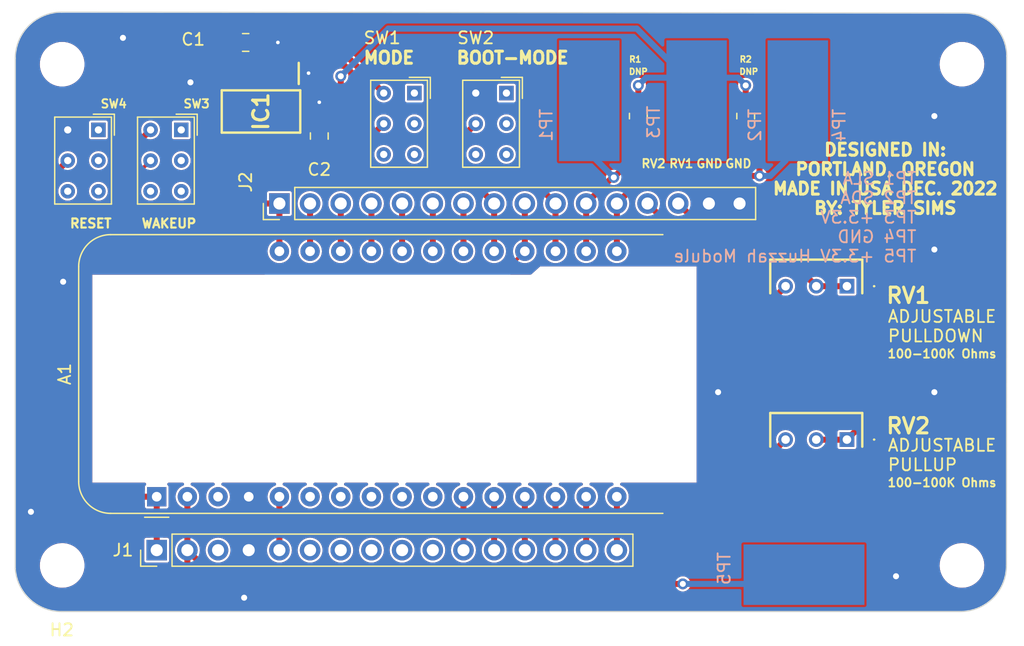
<source format=kicad_pcb>
(kicad_pcb (version 20211014) (generator pcbnew)
  (layers (0 "F.Cu" signal) (31 "B.Cu" signal) (34 "B.Paste" user) (35 "F.Paste" user) (36 "B.SilkS" user "B.Silkscreen") (37 "F.SilkS" user "F.Silkscreen") (38 "B.Mask" user) (39 "F.Mask" user) (44 "Edge.Cuts" user))
  (net 0 "")
  (net 1 "/RST")
  (net 8 "/PIN 13 MO")
  (net 9 "/PIN 12 MI")
  (net 10 "/PIN 3 RX")
  (net 11 "/PIN 1 TX")
  (net 12 "/CHPD")
  (net 13 "GND")
  (net 14 "/PIN 2")
  (net 15 "/PIN 16")
  (net 16 "/PIN 0")
  (net 17 "/PIN 15")
  (net 18 "/PIN 13")
  (net 19 "/PIN 12")
  (net 20 "/PIN 14")
  (net 21 "/HUZZAH 3.3V")
  (net 22 "/EN")
  (net 23 "+3.3V")
  (net 30 "/PIN 14 SCK")
  (net 31 "/VBUS")
  (net 32 "/PIN 5 SCL")
  (net 33 "/PIN 4 SDA")
  (net 34 "/RV2")
  (net 35 "/RV1")
  (net 36 "/VBAT")
  (net 37 "/PIN 17{slash}A0 ADC")
  (footprint "Connector_PinHeader_2.54mm:PinHeader_1x16_P2.54mm_Vertical" (layer "F.Cu") (at 68.326 110.236 90)
    (fp_text reference "J1" (at 0 -2.794 180) (layer "F.SilkS"))
    (fp_text value "Conn_01x16")
    (fp_line (start 1.33 1.27) (end 1.33 39.43) (layer "F.SilkS") (width 0.12))
    (fp_line (start -1.33 -1.33) (end 0 -1.33) (layer "F.SilkS") (width 0.12))
    (fp_line (start -1.33 1.27) (end -1.33 39.43) (layer "F.SilkS") (width 0.12))
    (fp_line (start -1.33 39.43) (end 1.33 39.43) (layer "F.SilkS") (width 0.12))
    (fp_line (start -1.33 1.27) (end 1.33 1.27) (layer "F.SilkS") (width 0.12))
    (fp_line (start -1.33 0) (end -1.33 -1.33) (layer "F.SilkS") (width 0.12))
    (pad "1" thru_hole rect (at 0 0 90) (size 1.7 1.7) (drill 1) (layers *.Cu *.Mask) (net 1 "/RST"))
    (pad "2" thru_hole oval (at 0 2.54 90) (size 1.7 1.7) (drill 1) (layers *.Cu *.Mask) (net 21 "/HUZZAH 3.3V"))
    (pad "3" thru_hole oval (at 0 5.08 90) (size 1.7 1.7) (drill 1) (layers *.Cu *.Mask))
    (pad "4" thru_hole oval (at 0 7.62 90) (size 1.7 1.7) (drill 1) (layers *.Cu *.Mask) (net 13 "GND"))
    (pad "5" thru_hole oval (at 0 10.16 90) (size 1.7 1.7) (drill 1) (layers *.Cu *.Mask) (net 37 "/PIN 17{slash}A0 ADC"))
    (pad "6" thru_hole oval (at 0 12.7 90) (size 1.7 1.7) (drill 1) (layers *.Cu *.Mask))
    (pad "7" thru_hole oval (at 0 15.24 90) (size 1.7 1.7) (drill 1) (layers *.Cu *.Mask))
    (pad "8" thru_hole oval (at 0 17.78 90) (size 1.7 1.7) (drill 1) (layers *.Cu *.Mask))
    (pad "9" thru_hole oval (at 0 20.32 90) (size 1.7 1.7) (drill 1) (layers *.Cu *.Mask))
    (pad "10" thru_hole oval (at 0 22.86 90) (size 1.7 1.7) (drill 1) (layers *.Cu *.Mask))
    (pad "11" thru_hole oval (at 0 25.4 90) (size 1.7 1.7) (drill 1) (layers *.Cu *.Mask) (net 30 "/PIN 14 SCK"))
    (pad "12" thru_hole oval (at 0 27.94 90) (size 1.7 1.7) (drill 1) (layers *.Cu *.Mask) (net 8 "/PIN 13 MO"))
    (pad "13" thru_hole oval (at 0 30.48 90) (size 1.7 1.7) (drill 1) (layers *.Cu *.Mask) (net 9 "/PIN 12 MI"))
    (pad "14" thru_hole oval (at 0 33.02 90) (size 1.7 1.7) (drill 1) (layers *.Cu *.Mask) (net 10 "/PIN 3 RX"))
    (pad "15" thru_hole oval (at 0 35.56 90) (size 1.7 1.7) (drill 1) (layers *.Cu *.Mask) (net 11 "/PIN 1 TX"))
    (pad "16" thru_hole oval (at 0 38.1 90) (size 1.7 1.7) (drill 1) (layers *.Cu *.Mask) (net 12 "/CHPD"))
  )
  (footprint "MountingHole:MountingHole_3.2mm_M3" (layer "F.Cu") (at 60.5 70)
    (fp_text reference "H1")
    (fp_text value "MountingHole")
    (pad "" np_thru_hole circle (at 0 0) (size 3.2 3.2) (drill 3.2) (layers *.Cu *.Mask))
  )
  (footprint "Button_Switch_THT:SW_NKK_GW12LJP" (layer "F.Cu") (at 89.662 72.39 -90)
    (fp_text reference "SW1" (at -4.572 2.667 180) (layer "F.SilkS"))
    (fp_text value "SW_Push_SPDT")
    (fp_line (start -1.06 -1.08) (end -1.06 3.62) (layer "F.SilkS") (width 0.12))
    (fp_line (start -1.06 3.62) (end 6.14 3.62) (layer "F.SilkS") (width 0.12))
    (fp_line (start -1.3 0.42) (end -1.3 -1.32) (layer "F.SilkS") (width 0.12))
    (fp_line (start 6.14 3.62) (end 6.14 -1.08) (layer "F.SilkS") (width 0.12))
    (fp_line (start 6.14 -1.08) (end -1.06 -1.08) (layer "F.SilkS") (width 0.12))
    (fp_line (start -1.3 -1.32) (end 0.44 -1.32) (layer "F.SilkS") (width 0.12))
    (pad "1" thru_hole rect (at 0 0 270) (size 1.2 1.2) (drill 0.6) (layers *.Cu *.Mask))
    (pad "2" thru_hole circle (at 2.54 0 270) (size 1.2 1.2) (drill 0.6) (layers *.Cu *.Mask))
    (pad "3" thru_hole circle (at 5.08 0 270) (size 1.2 1.2) (drill 0.6) (layers *.Cu *.Mask))
    (pad "4" thru_hole circle (at 0 2.54 270) (size 1.2 1.2) (drill 0.6) (layers *.Cu *.Mask) (net 21 "/HUZZAH 3.3V"))
    (pad "5" thru_hole circle (at 2.54 2.54 270) (size 1.2 1.2) (drill 0.6) (layers *.Cu *.Mask) (net 14 "/PIN 2"))
    (pad "6" thru_hole circle (at 5.08 2.54 270) (size 1.2 1.2) (drill 0.6) (layers *.Cu *.Mask))
  )
  (footprint "Button_Switch_THT:SW_NKK_GW12LJP" (layer "F.Cu") (at 97.282 72.39 -90)
    (fp_text reference "SW2" (at -4.572 2.54 180) (layer "F.SilkS"))
    (fp_text value "SW_Push_SPDT")
    (fp_line (start -1.06 3.62) (end 6.14 3.62) (layer "F.SilkS") (width 0.12))
    (fp_line (start -1.3 -1.32) (end 0.44 -1.32) (layer "F.SilkS") (width 0.12))
    (fp_line (start 6.14 3.62) (end 6.14 -1.08) (layer "F.SilkS") (width 0.12))
    (fp_line (start -1.06 -1.08) (end -1.06 3.62) (layer "F.SilkS") (width 0.12))
    (fp_line (start 6.14 -1.08) (end -1.06 -1.08) (layer "F.SilkS") (width 0.12))
    (fp_line (start -1.3 0.42) (end -1.3 -1.32) (layer "F.SilkS") (width 0.12))
    (pad "1" thru_hole rect (at 0 0 270) (size 1.2 1.2) (drill 0.6) (layers *.Cu *.Mask))
    (pad "2" thru_hole circle (at 2.54 0 270) (size 1.2 1.2) (drill 0.6) (layers *.Cu *.Mask))
    (pad "3" thru_hole circle (at 5.08 0 270) (size 1.2 1.2) (drill 0.6) (layers *.Cu *.Mask))
    (pad "4" thru_hole circle (at 0 2.54 270) (size 1.2 1.2) (drill 0.6) (layers *.Cu *.Mask) (net 13 "GND"))
    (pad "5" thru_hole circle (at 2.54 2.54 270) (size 1.2 1.2) (drill 0.6) (layers *.Cu *.Mask) (net 16 "/PIN 0"))
    (pad "6" thru_hole circle (at 5.08 2.54 270) (size 1.2 1.2) (drill 0.6) (layers *.Cu *.Mask))
  )
  (footprint "Capacitor_SMD:C_0805_2012Metric_Pad1.18x1.45mm_HandSolder" (layer "F.Cu") (at 75.692 68.199 180)
    (fp_text reference "C1" (at 4.3434 0.254) (layer "F.SilkS"))
    (fp_text value "C")
    (fp_line (start -0.261252 0.735) (end 0.261252 0.735) (layer "F.SilkS") (width 0.12))
    (fp_line (start -0.261252 -0.735) (end 0.261252 -0.735) (layer "F.SilkS") (width 0.12))
    (pad "1" smd roundrect (at -1.0375 0 180) (size 1.175 1.45) (layers "F.Cu" "F.Paste" "F.Mask") (roundrect_rratio 0.212766) (net 13 "GND"))
    (pad "2" smd roundrect (at 1.0375 0 180) (size 1.175 1.45) (layers "F.Cu" "F.Paste" "F.Mask") (roundrect_rratio 0.212766) (net 36 "/VBAT"))
  )
  (footprint "Capacitor_SMD:C_0805_2012Metric_Pad1.18x1.45mm_HandSolder" (layer "F.Cu") (at 81.788 75.946 90)
    (fp_text reference "C2" (at -2.7725 0 180) (layer "F.SilkS"))
    (fp_text value "C")
    (fp_line (start -0.261252 0.735) (end 0.261252 0.735) (layer "F.SilkS") (width 0.12))
    (fp_line (start -0.261252 -0.735) (end 0.261252 -0.735) (layer "F.SilkS") (width 0.12))
    (pad "1" smd roundrect (at -1.0375 0 90) (size 1.175 1.45) (layers "F.Cu" "F.Paste" "F.Mask") (roundrect_rratio 0.212766) (net 23 "+3.3V"))
    (pad "2" smd roundrect (at 1.0375 0 90) (size 1.175 1.45) (layers "F.Cu" "F.Paste" "F.Mask") (roundrect_rratio 0.212766) (net 13 "GND"))
  )
  (footprint "Button_Switch_THT:SW_NKK_GW12LJP" (layer "F.Cu") (at 70.358 75.438 -90)
    (fp_text reference "SW3" (at -2.159 -1.27 180) (layer "F.SilkS") (effects (font (size 0.7 0.7))))
    (fp_text value "SW_Push_SPDT")
    (fp_line (start 6.14 3.62) (end 6.14 -1.08) (layer "F.SilkS") (width 0.12))
    (fp_line (start -1.3 0.42) (end -1.3 -1.32) (layer "F.SilkS") (width 0.12))
    (fp_line (start -1.06 3.62) (end 6.14 3.62) (layer "F.SilkS") (width 0.12))
    (fp_line (start -1.06 -1.08) (end -1.06 3.62) (layer "F.SilkS") (width 0.12))
    (fp_line (start 6.14 -1.08) (end -1.06 -1.08) (layer "F.SilkS") (width 0.12))
    (fp_line (start -1.3 -1.32) (end 0.44 -1.32) (layer "F.SilkS") (width 0.12))
    (pad "1" thru_hole rect (at 0 0 270) (size 1.2 1.2) (drill 0.6) (layers *.Cu *.Mask))
    (pad "2" thru_hole circle (at 2.54 0 270) (size 1.2 1.2) (drill 0.6) (layers *.Cu *.Mask))
    (pad "3" thru_hole circle (at 5.08 0 270) (size 1.2 1.2) (drill 0.6) (layers *.Cu *.Mask))
    (pad "4" thru_hole circle (at 0 2.54 270) (size 1.2 1.2) (drill 0.6) (layers *.Cu *.Mask) (net 1 "/RST"))
    (pad "5" thru_hole circle (at 2.54 2.54 270) (size 1.2 1.2) (drill 0.6) (layers *.Cu *.Mask) (net 15 "/PIN 16"))
    (pad "6" thru_hole circle (at 5.08 2.54 270) (size 1.2 1.2) (drill 0.6) (layers *.Cu *.Mask))
  )
  (footprint "MountingHole:MountingHole_3.2mm_M3" (layer "F.Cu") (at 60.5 111.5)
    (fp_text reference "H2" (at -0.032 5.34) (layer "F.SilkS"))
    (fp_text value "MountingHole")
    (pad "" np_thru_hole circle (at 0 0) (size 3.2 3.2) (drill 3.2) (layers *.Cu *.Mask))
  )
  (footprint "Huzzah_lib_fp:3352T1104LF" (layer "F.Cu") (at 125.476 101.081 180)
    (fp_text reference "RV2" (at -5.08 1.132) (layer "F.SilkS") (effects (font (size 1.27 1.27) (thickness 0.254))))
    (fp_text value "R_Potentiometer" hide)
    (fp_line (start -1.27 -0.587) (end -1.27 2.2) (layer "F.SilkS") (width 0.2))
    (fp_line (start -1.27 2.2) (end 6.35 2.2) (layer "F.SilkS") (width 0.2))
    (fp_line (start -2.2 0) (end -2.2 0) (layer "F.SilkS") (width 0.1))
    (fp_line (start -2.3 0) (end -2.3 0) (layer "F.SilkS") (width 0.1))
    (fp_line (start 6.35 2.2) (end 6.35 -0.587) (layer "F.SilkS") (width 0.2))
    (fp_arc (start -2.2 0) (mid -2.25 0.05) (end -2.3 0) (layer "F.SilkS") (width 0.1))
    (fp_arc (start -2.3 0) (mid -2.25 -0.05) (end -2.2 0) (layer "F.SilkS") (width 0.1))
    (pad "1" thru_hole rect locked (at 0 0 180) (size 1.217 1.217) (drill 0.71) (layers *.Cu *.Mask) (net 34 "/RV2"))
    (pad "2" thru_hole circle locked (at 2.54 0 180) (size 1.217 1.217) (drill 0.71) (layers *.Cu *.Mask) (net 34 "/RV2"))
    (pad "3" thru_hole circle locked (at 5.08 0 180) (size 1.217 1.217) (drill 0.71) (layers *.Cu *.Mask) (net 21 "/HUZZAH 3.3V"))
  )
  (footprint "MountingHole:MountingHole_3.2mm_M3" (layer "F.Cu") (at 135 111.5)
    (fp_text reference "H4")
    (fp_text value "MountingHole")
    (pad "" np_thru_hole circle (at 0 0) (size 3.2 3.2) (drill 3.2) (layers *.Cu *.Mask))
  )
  (footprint "MountingHole:MountingHole_3.2mm_M3" (layer "F.Cu") (at 135 70)
    (fp_text reference "H3")
    (fp_text value "MountingHole")
    (pad "" np_thru_hole circle (at 0 0) (size 3.2 3.2) (drill 3.2) (layers *.Cu *.Mask))
  )
  (footprint "Huzzah_lib_fp:3352T1104LF" (layer "F.Cu") (at 125.476 88.381 180)
    (fp_text reference "RV1" (at -5.08 -0.773) (layer "F.SilkS") (effects (font (size 1.27 1.27) (thickness 0.254))))
    (fp_text value "R_Potentiometer" hide)
    (fp_line (start 6.35 2.2) (end 6.35 -0.587) (layer "F.SilkS") (width 0.2))
    (fp_line (start -1.27 2.2) (end 6.35 2.2) (layer "F.SilkS") (width 0.2))
    (fp_line (start -1.27 -0.587) (end -1.27 2.2) (layer "F.SilkS") (width 0.2))
    (fp_line (start -2.2 0) (end -2.2 0) (layer "F.SilkS") (width 0.1))
    (fp_line (start -2.3 0) (end -2.3 0) (layer "F.SilkS") (width 0.1))
    (fp_arc (start -2.2 0) (mid -2.25 0.05) (end -2.3 0) (layer "F.SilkS") (width 0.1))
    (fp_arc (start -2.3 0) (mid -2.25 -0.05) (end -2.2 0) (layer "F.SilkS") (width 0.1))
    (pad "1" thru_hole rect locked (at 0 0 180) (size 1.217 1.217) (drill 0.71) (layers *.Cu *.Mask) (net 35 "/RV1"))
    (pad "2" thru_hole circle locked (at 2.54 0 180) (size 1.217 1.217) (drill 0.71) (layers *.Cu *.Mask) (net 35 "/RV1"))
    (pad "3" thru_hole circle locked (at 5.08 0 180) (size 1.217 1.217) (drill 0.71) (layers *.Cu *.Mask) (net 21 "/HUZZAH 3.3V"))
  )
  (footprint "Connector_PinHeader_2.54mm:PinHeader_1x16_P2.54mm_Vertical" (layer "F.Cu") (at 78.486 81.534 90)
    (fp_text reference "J2" (at 1.778 -2.794 90) (layer "F.SilkS"))
    (fp_text value "Conn_01x16")
    (fp_line (start 1.33 1.27) (end 1.33 39.43) (layer "F.SilkS") (width 0.12))
    (fp_line (start -1.33 39.43) (end 1.33 39.43) (layer "F.SilkS") (width 0.12))
    (fp_line (start -1.33 1.27) (end -1.33 39.43) (layer "F.SilkS") (width 0.12))
    (fp_line (start -1.33 0) (end -1.33 -1.33) (layer "F.SilkS") (width 0.12))
    (fp_line (start -1.33 1.27) (end 1.33 1.27) (layer "F.SilkS") (width 0.12))
    (fp_line (start -1.33 -1.33) (end 0 -1.33) (layer "F.SilkS") (width 0.12))
    (pad "1" thru_hole rect (at 0 0 90) (size 1.7 1.7) (drill 1) (layers *.Cu *.Mask) (net 36 "/VBAT"))
    (pad "2" thru_hole oval (at 0 2.54 90) (size 1.7 1.7) (drill 1) (layers *.Cu *.Mask) (net 22 "/EN"))
    (pad "3" thru_hole oval (at 0 5.08 90) (size 1.7 1.7) (drill 1) (layers *.Cu *.Mask) (net 31 "/VBUS"))
    (pad "4" thru_hole oval (at 0 7.62 90) (size 1.7 1.7) (drill 1) (layers *.Cu *.Mask) (net 20 "/PIN 14"))
    (pad "5" thru_hole oval (at 0 10.16 90) (size 1.7 1.7) (drill 1) (layers *.Cu *.Mask) (net 19 "/PIN 12"))
    (pad "6" thru_hole oval (at 0 12.7 90) (size 1.7 1.7) (drill 1) (layers *.Cu *.Mask) (net 18 "/PIN 13"))
    (pad "7" thru_hole oval (at 0 15.24 90) (size 1.7 1.7) (drill 1) (layers *.Cu *.Mask) (net 17 "/PIN 15"))
    (pad "8" thru_hole oval (at 0 17.78 90) (size 1.7 1.7) (drill 1) (layers *.Cu *.Mask) (net 16 "/PIN 0"))
    (pad "9" thru_hole oval (at 0 20.32 90) (size 1.7 1.7) (drill 1) (layers *.Cu *.Mask) (net 15 "/PIN 16"))
    (pad "10" thru_hole oval (at 0 22.86 90) (size 1.7 1.7) (drill 1) (layers *.Cu *.Mask) (net 14 "/PIN 2"))
    (pad "11" thru_hole oval (at 0 25.4 90) (size 1.7 1.7) (drill 1) (layers *.Cu *.Mask) (net 32 "/PIN 5 SCL"))
    (pad "12" thru_hole oval (at 0 27.94 90) (size 1.7 1.7) (drill 1) (layers *.Cu *.Mask) (net 33 "/PIN 4 SDA"))
    (pad "13" thru_hole oval (at 0 30.48 90) (size 1.7 1.7) (drill 1) (layers *.Cu *.Mask) (net 35 "/RV1"))
    (pad "14" thru_hole oval (at 0 33.02 90) (size 1.7 1.7) (drill 1) (layers *.Cu *.Mask) (net 34 "/RV2"))
    (pad "15" thru_hole oval (at 0 35.56 90) (size 1.7 1.7) (drill 1) (layers *.Cu *.Mask) (net 13 "GND"))
    (pad "16" thru_hole oval (at 0 38.1 90) (size 1.7 1.7) (drill 1) (layers *.Cu *.Mask) (net 13 "GND"))
  )
  (footprint "Resistor_SMD:R_0805_2012Metric_Pad1.20x1.40mm_HandSolder" (layer "F.Cu") (at 108.204 74.295 90)
    (fp_text reference "R1" (at 4.699 -0.254 180) (layer "F.SilkS") (effects (font (size 0.5 0.5) (thickness 0.125))))
    (fp_text value "DNP")
    (fp_line (start -0.227064 -0.735) (end 0.227064 -0.735) (layer "F.SilkS") (width 0.12))
    (fp_line (start -0.227064 0.735) (end 0.227064 0.735) (layer "F.SilkS") (width 0.12))
    (pad "1" smd roundrect (at -1 0 90) (size 1.2 1.4) (layers "F.Cu" "F.Paste" "F.Mask") (roundrect_rratio 0.208333) (net 32 "/PIN 5 SCL"))
    (pad "2" smd roundrect (at 1 0 90) (size 1.2 1.4) (layers "F.Cu" "F.Paste" "F.Mask") (roundrect_rratio 0.208333) (net 23 "+3.3V"))
  )
  (footprint "Huzzah_lib_fp:SOT230P700X180-4N" (layer "F.Cu") (at 76.962 73.914 -90)
    (fp_text reference "IC1" (at 0 0 -90) (layer "F.SilkS") (effects (font (size 1.27 1.27) (thickness 0.254))))
    (fp_text value "TLV1117LV33DCYT" hide)
    (fp_line (start -1.75 -3.25) (end 1.75 -3.25) (layer "F.SilkS") (width 0.2))
    (fp_line (start 1.75 -3.25) (end 1.75 3.25) (layer "F.SilkS") (width 0.2))
    (fp_line (start -4.025 -3.125) (end -2.275 -3.125) (layer "F.SilkS") (width 0.2))
    (fp_line (start -1.75 3.25) (end -1.75 -3.25) (layer "F.SilkS") (width 0.2))
    (fp_line (start 1.75 3.25) (end -1.75 3.25) (layer "F.SilkS") (width 0.2))
    (pad "1" smd rect locked (at -3.15 -2.3) (size 0.95 1.75) (layers "F.Cu" "F.Paste" "F.Mask") (net 13 "GND"))
    (pad "2" smd rect locked (at -3.15 0) (size 0.95 1.75) (layers "F.Cu" "F.Paste" "F.Mask") (net 23 "+3.3V"))
    (pad "3" smd rect locked (at -3.15 2.3) (size 0.95 1.75) (layers "F.Cu" "F.Paste" "F.Mask") (net 36 "/VBAT"))
    (pad "4" smd rect locked (at 3.15 0 270) (size 1.75 3.2) (layers "F.Cu" "F.Paste" "F.Mask") (net 23 "+3.3V"))
  )
  (footprint "Button_Switch_THT:SW_NKK_GW12LJP" (layer "F.Cu") (at 63.5 75.438 -90)
    (fp_text reference "SW4" (at -2.159 -1.27 180) (layer "F.SilkS") (effects (font (size 0.7 0.7))))
    (fp_text value "SW_Push_SPDT")
    (fp_line (start -1.06 3.62) (end 6.14 3.62) (layer "F.SilkS") (width 0.12))
    (fp_line (start 6.14 -1.08) (end -1.06 -1.08) (layer "F.SilkS") (width 0.12))
    (fp_line (start 6.14 3.62) (end 6.14 -1.08) (layer "F.SilkS") (width 0.12))
    (fp_line (start -1.06 -1.08) (end -1.06 3.62) (layer "F.SilkS") (width 0.12))
    (fp_line (start -1.3 -1.32) (end 0.44 -1.32) (layer "F.SilkS") (width 0.12))
    (fp_line (start -1.3 0.42) (end -1.3 -1.32) (layer "F.SilkS") (width 0.12))
    (pad "1" thru_hole rect (at 0 0 270) (size 1.2 1.2) (drill 0.6) (layers *.Cu *.Mask))
    (pad "2" thru_hole circle (at 2.54 0 270) (size 1.2 1.2) (drill 0.6) (layers *.Cu *.Mask))
    (pad "3" thru_hole circle (at 5.08 0 270) (size 1.2 1.2) (drill 0.6) (layers *.Cu *.Mask))
    (pad "4" thru_hole circle (at 0 2.54 270) (size 1.2 1.2) (drill 0.6) (layers *.Cu *.Mask) (net 13 "GND"))
    (pad "5" thru_hole circle (at 2.54 2.54 270) (size 1.2 1.2) (drill 0.6) (layers *.Cu *.Mask) (net 1 "/RST"))
    (pad "6" thru_hole circle (at 5.08 2.54 270) (size 1.2 1.2) (drill 0.6) (layers *.Cu *.Mask))
  )
  (footprint "Huzzah_lib_fp:Adafruit_Feather" (layer "F.Cu") (at 68.326 105.8105 90)
    (fp_text reference "A1" (at 10.16 -7.62 90) (layer "F.SilkS"))
    (fp_text value "HUZZAH_ESP8266")
    (fp_line (start 21.7 -3.81) (end 21.7 41.91) (layer "F.SilkS") (width 0.12))
    (fp_line (start 19.05 -6.46) (end 1.27 -6.46) (layer "F.SilkS") (width 0.12))
    (fp_line (start -1.38 -3.81) (end -1.38 41.91) (layer "F.SilkS") (width 0.12))
    (fp_line (start -1.7 1) (end -1.7 -1) (layer "F.SilkS") (width 0.12))
    (fp_arc (start 19.05 -6.46) (mid 20.923833 -5.683833) (end 21.7 -3.81) (layer "F.SilkS") (width 0.12))
    (fp_arc (start -1.38 -3.81) (mid -0.603833 -5.683833) (end 1.27 -6.46) (layer "F.SilkS") (width 0.12))
    (pad "1" thru_hole rect (at 0 0 270) (size 1.6 1.6) (drill 0.8) (layers *.Cu *.Mask) (net 1 "/RST"))
    (pad "2" thru_hole circle (at 0 2.54 270) (size 1.6 1.6) (drill 0.8) (layers *.Cu *.Mask) (net 21 "/HUZZAH 3.3V"))
    (pad "3" thru_hole circle (at 0 5.08 270) (size 1.6 1.6) (drill 0.8) (layers *.Cu *.Mask))
    (pad "4" thru_hole circle (at 0 7.62 270) (size 1.6 1.6) (drill 0.8) (layers *.Cu *.Mask) (net 13 "GND"))
    (pad "5" thru_hole circle (at 0 10.16 270) (size 1.6 1.6) (drill 0.8) (layers *.Cu *.Mask) (net 37 "/PIN 17{slash}A0 ADC"))
    (pad "6" thru_hole circle (at 0 12.7 270) (size 1.6 1.6) (drill 0.8) (layers *.Cu *.Mask))
    (pad "7" thru_hole circle (at 0 15.24 270) (size 1.6 1.6) (drill 0.8) (layers *.Cu *.Mask))
    (pad "8" thru_hole circle (at 0 17.78 270) (size 1.6 1.6) (drill 0.8) (layers *.Cu *.Mask))
    (pad "9" thru_hole circle (at 0 20.32 270) (size 1.6 1.6) (drill 0.8) (layers *.Cu *.Mask))
    (pad "10" thru_hole circle (at 0 22.86 270) (size 1.6 1.6) (drill 0.8) (layers *.Cu *.Mask))
    (pad "11" thru_hole circle (at 0 25.4 270) (size 1.6 1.6) (drill 0.8) (layers *.Cu *.Mask) (net 30 "/PIN 14 SCK"))
    (pad "12" thru_hole circle (at 0 27.94 270) (size 1.6 1.6) (drill 0.8) (layers *.Cu *.Mask) (net 8 "/PIN 13 MO"))
    (pad "13" thru_hole circle (at 0 30.48 270) (size 1.6 1.6) (drill 0.8) (layers *.Cu *.Mask) (net 9 "/PIN 12 MI"))
    (pad "14" thru_hole circle (at 0 33.02 270) (size 1.6 1.6) (drill 0.8) (layers *.Cu *.Mask) (net 10 "/PIN 3 RX"))
    (pad "15" thru_hole circle (at 0 35.56 270) (size 1.6 1.6) (drill 0.8) (layers *.Cu *.Mask) (net 11 "/PIN 1 TX"))
    (pad "16" thru_hole circle (at 0 38.1 270) (size 1.6 1.6) (drill 0.8) (layers *.Cu *.Mask) (net 12 "/CHPD"))
    (pad "17" thru_hole circle (at 20.32 38.1 270) (size 1.6 1.6) (drill 0.8) (layers *.Cu *.Mask) (net 33 "/PIN 4 SDA"))
    (pad "18" thru_hole circle (at 20.32 35.56 270) (size 1.6 1.6) (drill 0.8) (layers *.Cu *.Mask) (net 32 "/PIN 5 SCL"))
    (pad "19" thru_hole circle (at 20.32 33.02 270) (size 1.6 1.6) (drill 0.8) (layers *.Cu *.Mask) (net 14 "/PIN 2"))
    (pad "20" thru_hole circle (at 20.32 30.48 270) (size 1.6 1.6) (drill 0.8) (layers *.Cu *.Mask) (net 15 "/PIN 16"))
    (pad "21" thru_hole circle (at 20.32 27.94 270) (size 1.6 1.6) (drill 0.8) (layers *.Cu *.Mask) (net 16 "/PIN 0"))
    (pad "22" thru_hole circle (at 20.32 25.4 270) (size 1.6 1.6) (drill 0.8) (layers *.Cu *.Mask) (net 17 "/PIN 15"))
    (pad "23" thru_hole circle (at 20.32 22.86 270) (size 1.6 1.6) (drill 0.8) (layers *.Cu *.Mask) (net 18 "/PIN 13"))
    (pad "24" thru_hole circle (at 20.32 20.32 270) (size 1.6 1.6) (drill 0.8) (layers *.Cu *.Mask) (net 19 "/PIN 12"))
    (pad "25" thru_hole circle (at 20.32 17.78 270) (size 1.6 1.6) (drill 0.8) (layers *.Cu *.Mask) (net 20 "/PIN 14"))
    (pad "26" thru_hole circle (at 20.32 15.24 270) (size 1.6 1.6) (drill 0.8) (layers *.Cu *.Mask) (net 31 "/VBUS"))
    (pad "27" thru_hole circle (at 20.32 12.7 270) (size 1.6 1.6) (drill 0.8) (layers *.Cu *.Mask) (net 22 "/EN"))
    (pad "28" thru_hole circle (at 20.32 10.16 270) (size 1.6 1.6) (drill 0.8) (layers *.Cu *.Mask) (net 36 "/VBAT"))
  )
  (footprint "Resistor_SMD:R_0805_2012Metric_Pad1.20x1.40mm_HandSolder" (layer "F.Cu") (at 117.094 74.295 90)
    (fp_text reference "R2" (at 4.699 0 180) (layer "F.SilkS") (effects (font (size 0.5 0.5) (thickness 0.125))))
    (fp_text value "DNP")
    (fp_line (start -0.227064 0.735) (end 0.227064 0.735) (layer "F.SilkS") (width 0.12))
    (fp_line (start -0.227064 -0.735) (end 0.227064 -0.735) (layer "F.SilkS") (width 0.12))
    (pad "1" smd roundrect (at -1 0 90) (size 1.2 1.4) (layers "F.Cu" "F.Paste" "F.Mask") (roundrect_rratio 0.208333) (net 33 "/PIN 4 SDA"))
    (pad "2" smd roundrect (at 1 0 90) (size 1.2 1.4) (layers "F.Cu" "F.Paste" "F.Mask") (roundrect_rratio 0.208333) (net 23 "+3.3V"))
  )
  (footprint "Connector_Wire:SolderWirePad_1x01_SMD_5x10mm" (layer "B.Cu") (at 128.397 73.025)
    (fp_text reference "TP4" (at -3.556 2.032 90) (layer "B.SilkS") (effects (justify mirror)))
    (fp_text value "TestPoint")
    (pad "1" smd rect (at 0 0) (size 5 10) (layers "B.Cu" "B.Paste" "B.Mask") (net 13 "GND"))
  )
  (footprint "Connector_Wire:SolderWirePad_1x01_SMD_5x10mm" (layer "B.Cu") (at 104.14 73.025 180)
    (fp_text reference "TP1" (at 3.556 -2.032 90) (layer "B.SilkS") (effects (justify mirror)))
    (fp_text value "TestPoint")
    (pad "1" smd rect (at 0 0 180) (size 5 10) (layers "B.Cu" "B.Paste" "B.Mask") (net 32 "/PIN 5 SCL"))
  )
  (footprint "Connector_Wire:SolderWirePad_1x01_SMD_5x10mm" (layer "B.Cu") (at 121.92 112.268 90)
    (fp_text reference "TP5" (at 0.508 -6.604 90) (layer "B.SilkS") (effects (justify mirror)))
    (fp_text value "TestPoint")
    (pad "1" smd rect (at 0 0 90) (size 5 10) (layers "B.Cu" "B.Paste" "B.Mask") (net 21 "/HUZZAH 3.3V"))
  )
  (footprint "Connector_Wire:SolderWirePad_1x01_SMD_5x10mm" (layer "B.Cu") (at 113.03 73.025 180)
    (fp_text reference "TP3" (at 3.556 -1.778 90) (layer "B.SilkS") (effects (justify mirror)))
    (fp_text value "TestPoint")
    (pad "1" smd rect (at 0 0 180) (size 5 10) (layers "B.Cu" "B.Paste" "B.Mask") (net 23 "+3.3V"))
  )
  (footprint "Connector_Wire:SolderWirePad_1x01_SMD_5x10mm" (layer "B.Cu") (at 121.412 73.025 180)
    (fp_text reference "TP2" (at 3.556 -2.032 90) (layer "B.SilkS") (effects (justify mirror)))
    (fp_text value "TestPoint")
    (pad "1" smd rect (at 0 0 180) (size 5 10) (layers "B.Cu" "B.Paste" "B.Mask") (net 33 "/PIN 4 SDA"))
  )
  (gr_line (start 60.452 65.687008) (end 135.151061 65.762939) (layer "Edge.Cuts") (width 0.1))
  (gr_arc (start 60.452 115.316) (mid 57.827849 114.301224) (end 56.616796 111.76168) (layer "Edge.Cuts") (width 0.1))
  (gr_line (start 134.874 115.316) (end 60.452 115.316) (layer "Edge.Cuts") (width 0.1))
  (gr_line (start 56.616796 111.76168) (end 56.616796 69.498688) (layer "Edge.Cuts") (width 0.1))
  (gr_arc (start 56.616796 69.498688) (mid 57.748403 66.802) (end 60.452 65.687008) (layer "Edge.Cuts") (width 0.1))
  (gr_arc (start 135.151061 65.762939) (mid 137.668 66.802) (end 138.707061 69.318939) (layer "Edge.Cuts") (width 0.1))
  (gr_arc (start 138.684 111.506) (mid 137.570552 114.202552) (end 134.874 115.316) (layer "Edge.Cuts") (width 0.1))
  (gr_line (start 138.707061 69.318939) (end 138.684 111.506) (layer "Edge.Cuts") (width 0.1))
  (gr_text "TP1 SLA\nTP2 SDA\nTP3 +3.3V\nTP4 GND\nTP5 +3.3V Huzzah Module" (at 131.318 82.677) (layer "B.SilkS") (effects (font (size 1 1)) (justify left mirror)))
  (gr_text "100-100K Ohms" (at 133.35 93.98) (layer "F.SilkS") (effects (font (size 0.7 0.7))))
  (gr_text "MODE" (at 85.344 69.469) (layer "F.SilkS") (effects (font (size 1 1) (thickness 0.25)) (justify left)))
  (gr_text "GND" (at 114.0968 78.232) (layer "F.SilkS") (effects (font (size 0.7 0.7))))
  (gr_text "RV1" (at 111.76 78.232) (layer "F.SilkS") (effects (font (size 0.7 0.7))))
  (gr_text "RESET" (at 62.865 83.185) (layer "F.SilkS") (effects (font (size 0.75 0.75) (thickness 0.18))))
  (gr_text "ADJUSTABLE\nPULLUP" (at 128.778 102.362) (layer "F.SilkS") (effects (font (size 1 1)) (justify left)))
  (gr_text "WAKEUP" (at 69.342 83.185) (layer "F.SilkS") (effects (font (size 0.75 0.75) (thickness 0.18))))
  (gr_text "DNP" (at 108.204 70.612) (layer "F.SilkS") (effects (font (size 0.5 0.5) (thickness 0.125))))
  (gr_text "DESIGNED IN:\nPORTLAND, OREGON\nMADE IN USA DEC. 2022\nBY: TYLER SIMS\n" (at 128.651 79.502) (layer "F.SilkS") (effects (font (size 1 1) (thickness 0.25))))
  (gr_text "100-100K Ohms" (at 133.35 104.648) (layer "F.SilkS") (effects (font (size 0.7 0.7))))
  (gr_text "BOOT-MODE" (at 97.79 69.469) (layer "F.SilkS") (effects (font (size 1 1) (thickness 0.25))))
  (gr_text "ADJUSTABLE\nPULLDOWN" (at 128.778 91.694) (layer "F.SilkS") (effects (font (size 1 1)) (justify left)))
  (gr_text "DNP" (at 117.348 70.612) (layer "F.SilkS") (effects (font (size 0.5 0.5) (thickness 0.125))))
  (gr_text "GND" (at 116.4844 78.232) (layer "F.SilkS") (effects (font (size 0.7 0.7))))
  (gr_text "RV2 " (at 109.728 78.232) (layer "F.SilkS") (effects (font (size 0.7 0.7))))
  (segment (start 58.801 83.566) (end 58.801 102.235) (width 0.5) (layer "F.Cu") (net 1))
  (segment (start 65.233 78.023) (end 67.818 75.438) (width 0.5) (layer "F.Cu") (net 1))
  (segment (start 59.817 82.55) (end 60.325 82.042) (width 0.5) (layer "F.Cu") (net 1))
  (segment (start 60.325 82.042) (end 64.516 82.042) (width 0.5) (layer "F.Cu") (net 1))
  (segment (start 58.801 102.235) (end 62.3765 105.8105) (width 0.5) (layer "F.Cu") (net 1))
  (segment (start 62.3765 105.8105) (end 68.326 105.8105) (width 0.5) (layer "F.Cu") (net 1))
  (segment (start 58.801 80.137) (end 58.801 83.693) (width 0.5) (layer "F.Cu") (net 1))
  (segment (start 65.233 81.325) (end 65.233 78.023) (width 0.5) (layer "F.Cu") (net 1))
  (segment (start 64.516 82.042) (end 65.233 81.325) (width 0.5) (layer "F.Cu") (net 1))
  (segment (start 68.326 105.8105) (end 68.326 110.236) (width 0.5) (layer "F.Cu") (net 1))
  (segment (start 60.96 77.978) (end 58.801 80.137) (width 0.5) (layer "F.Cu") (net 1))
  (segment (start 59.944 82.423) (end 58.801 83.566) (width 0.5) (layer "F.Cu") (net 1))
  (segment (start 96.266 110.236) (end 96.266 105.8105) (width 0.5) (layer "F.Cu") (net 8))
  (segment (start 98.806 110.236) (end 98.806 105.8105) (width 0.5) (layer "F.Cu") (net 9))
  (segment (start 101.346 110.236) (end 101.346 105.8105) (width 0.5) (layer "F.Cu") (net 10))
  (segment (start 103.886 110.236) (end 103.886 105.8105) (width 0.5) (layer "F.Cu") (net 11))
  (segment (start 106.426 110.236) (end 106.426 105.8105) (width 0.5) (layer "F.Cu") (net 12))
  (segment (start 79.2988 70.4732) (end 79.262 70.51) (width 0.5) (layer "F.Cu") (net 13))
  (via (at 132.715 97.155) (size 0.9) (drill 0.5) (layers "F.Cu" "B.Cu") (net 13))
  (via (at 80.899 70.739) (size 0.7) (drill 0.3) (layers "F.Cu" "B.Cu") (net 13))
  (via (at 129.54 112.395) (size 0.9) (drill 0.5) (layers "F.Cu" "B.Cu") (net 13))
  (via (at 78.359 68.199) (size 0.7) (drill 0.3) (layers "F.Cu" "B.Cu") (net 13))
  (via (at 60.579 88.011) (size 0.9) (drill 0.5) (layers "F.Cu" "B.Cu") (net 13))
  (via (at 57.912 107.061) (size 0.9) (drill 0.5) (layers "F.Cu" "B.Cu") (net 13))
  (via (at 75.565 114.173) (size 0.9) (drill 0.5) (layers "F.Cu" "B.Cu") (net 13))
  (via (at 132.715 74.295) (size 0.9) (drill 0.5) (layers "F.Cu" "B.Cu") (net 13))
  (via (at 114.808 97.155) (size 0.9) (drill 0.5) (layers "F.Cu" "B.Cu") (net 13))
  (via (at 81.788 73.152) (size 0.7) (drill 0.3) (layers "F.Cu" "B.Cu") (net 13))
  (via (at 71.12 71.501) (size 0.9) (drill 0.5) (layers "F.Cu" "B.Cu") (net 13))
  (via (at 132.715 85.344) (size 0.9) (drill 0.5) (layers "F.Cu" "B.Cu") (net 13))
  (via (at 65.532 67.818) (size 0.9) (drill 0.5) (layers "F.Cu" "B.Cu") (net 13))
  (segment (start 90.932 79.248) (end 91.948 78.232) (width 0.5) (layer "F.Cu") (net 14))
  (segment (start 92.71 70.612) (end 99.06 70.612) (width 0.5) (layer "F.Cu") (net 14))
  (segment (start 101.346 85.4905) (end 101.346 81.534) (width 0.5) (layer "F.Cu") (net 14))
  (segment (start 99.06 70.612) (end 100.076 71.628) (width 0.5) (layer "F.Cu") (net 14))
  (segment (start 91.948 78.232) (end 91.948 71.374) (width 0.5) (layer "F.Cu") (net 14))
  (segment (start 100.076 80.264) (end 101.346 81.534) (width 0.5) (layer "F.Cu") (net 14))
  (segment (start 85.598 78.74) (end 86.106 79.248) (width 0.5) (layer "F.Cu") (net 14))
  (segment (start 87.122 74.93) (end 85.598 76.454) (width 0.5) (layer "F.Cu") (net 14))
  (segment (start 85.598 76.454) (end 85.598 78.74) (width 0.5) (layer "F.Cu") (net 14))
  (segment (start 86.106 79.248) (end 90.932 79.248) (width 0.5) (layer "F.Cu") (net 14))
  (segment (start 91.948 71.374) (end 92.71 70.612) (width 0.5) (layer "F.Cu") (net 14))
  (segment (start 100.076 71.628) (end 100.076 80.264) (width 0.5) (layer "F.Cu") (net 14))
  (segment (start 66.294 81.534) (end 66.294 79.502) (width 0.3) (layer "F.Cu") (net 15))
  (segment (start 77.656006 87.0712) (end 72.880806 82.296) (width 0.3) (layer "F.Cu") (net 15))
  (segment (start 97.2253 87.0712) (end 77.656006 87.0712) (width 0.3) (layer "F.Cu") (net 15))
  (segment (start 72.880806 82.296) (end 67.056 82.296) (width 0.3) (layer "F.Cu") (net 15))
  (segment (start 67.056 82.296) (end 66.294 81.534) (width 0.3) (layer "F.Cu") (net 15))
  (segment (start 98.806 85.4905) (end 97.2253 87.0712) (width 0.3) (layer "F.Cu") (net 15))
  (segment (start 98.806 81.534) (end 98.806 85.4905) (width 0.5) (layer "F.Cu") (net 15))
  (segment (start 66.294 79.502) (end 67.818 77.978) (width 0.3) (layer "F.Cu") (net 15))
  (segment (start 93.218 76.454) (end 94.742 74.93) (width 0.5) (layer "F.Cu") (net 16))
  (segment (start 93.218 78.486) (end 93.218 76.454) (width 0.5) (layer "F.Cu") (net 16))
  (segment (start 96.266 85.4905) (end 96.266 81.733665) (width 0.5) (layer "F.Cu") (net 16))
  (segment (start 96.266 81.733665) (end 96.166167 81.633832) (width 0.5) (layer "F.Cu") (net 16))
  (segment (start 96.266 81.534) (end 93.218 78.486) (width 0.5) (layer "F.Cu") (net 16))
  (segment (start 93.726 85.4905) (end 93.726 81.534) (width 0.5) (layer "F.Cu") (net 17))
  (segment (start 91.186 85.4905) (end 91.186 81.534) (width 0.5) (layer "F.Cu") (net 18))
  (segment (start 88.646 85.4905) (end 88.646 81.534) (width 0.5) (layer "F.Cu") (net 19))
  (segment (start 86.106 85.4905) (end 86.106 81.534) (width 0.5) (layer "F.Cu") (net 20))
  (segment (start 57.531 74.803) (end 58.42 73.914) (width 0.5) (layer "F.Cu") (net 21))
  (segment (start 107.95 113.03) (end 108.447 113.03) (width 0.5) (layer "F.Cu") (net 21))
  (segment (start 116.8345 104.6425) (end 120.396 101.081) (width 0.5) (layer "F.Cu") (net 21))
  (segment (start 73.66 113.03) (end 107.95 113.03) (width 0.5) (layer "F.Cu") (net 21))
  (segment (start 116.84 91.948) (end 120.396 88.392) (width 0.5) (layer "F.Cu") (net 21))
  (segment (start 58.42 73.914) (end 61.976 73.914) (width 0.5) (layer "F.Cu") (net 21))
  (segment (start 107.95 113.03) (end 111.887 113.03) (width 0.5) (layer "F.Cu") (net 21))
  (segment (start 61.976 73.914) (end 69.723 66.167) (width 0.5) (layer "F.Cu") (net 21))
  (segment (start 80.899 66.167) (end 87.122 72.39) (width 0.5) (layer "F.Cu") (net 21))
  (segment (start 116.8345 104.6425) (end 116.84 104.637) (width 0.5) (layer "F.Cu") (net 21))
  (segment (start 70.866 110.236) (end 70.866 105.8105) (width 0.5) (layer "F.Cu") (net 21))
  (segment (start 70.866 110.236) (end 70.866 113.157) (width 0.5) (layer "F.Cu") (net 21))
  (segment (start 70.866 110.236) (end 73.66 113.03) (width 0.5) (layer "F.Cu") (net 21))
  (segment (start 116.84 104.637) (end 116.84 91.948) (width 0.5) (layer "F.Cu") (net 21))
  (segment (start 57.531 103.124) (end 57.531 74.803) (width 0.5) (layer "F.Cu") (net 21))
  (segment (start 120.396 88.392) (end 120.396 88.381) (width 0.5) (layer "F.Cu") (net 21))
  (segment (start 108.447 113.03) (end 116.8345 104.6425) (width 0.5) (layer "F.Cu") (net 21))
  (segment (start 68.326 113.919) (end 57.531 103.124) (width 0.5) (layer "F.Cu") (net 21))
  (segment (start 69.723 66.167) (end 80.899 66.167) (width 0.5) (layer "F.Cu") (net 21))
  (segment (start 70.104 113.919) (end 68.326 113.919) (width 0.5) (layer "F.Cu") (net 21))
  (segment (start 70.866 113.157) (end 70.104 113.919) (width 0.5) (layer "F.Cu") (net 21))
  (via (at 111.887 113.03) (size 0.9) (drill 0.5) (layers "F.Cu" "B.Cu") (net 21))
  (segment (start 111.887 113.03) (end 121.158 113.03) (width 0.5) (layer "B.Cu") (net 21))
  (segment (start 81.026 85.4905) (end 81.026 81.534) (width 0.5) (layer "F.Cu") (net 22))
  (segment (start 82.9095 76.9835) (end 82.042 76.9835) (width 0.5) (layer "F.Cu") (net 23))
  (segment (start 83.566 76.327) (end 82.9095 76.9835) (width 0.5) (layer "F.Cu") (net 23))
  (segment (start 108.204 71.755) (end 108.204 73.295) (width 0.5) (layer "F.Cu") (net 23))
  (segment (start 83.566 70.993) (end 83.566 76.327) (width 0.5) (layer "F.Cu") (net 23))
  (segment (start 76.962 70.51) (end 76.962 76.81) (width 0.7) (layer "F.Cu") (net 23))
  (segment (start 82.253 77.005) (end 81.788 77.005) (width 0.5) (layer "F.Cu") (net 23))
  (segment (start 117.094 73.295) (end 117.094 71.755) (width 0.5) (layer "F.Cu") (net 23))
  (segment (start 76.962 76.81) (end 77.157 77.005) (width 0.5) (layer "F.Cu") (net 23))
  (via (at 83.566 70.993) (size 0.9) (drill 0.5) (layers "F.Cu" "B.Cu") (net 23))
  (via (at 117.094 71.755) (size 0.9) (drill 0.5) (layers "F.Cu" "B.Cu") (net 23))
  (via (at 108.204 71.755) (size 0.9) (drill 0.5) (layers "F.Cu" "B.Cu") (net 23))
  (segment (start 87.503 67.056) (end 108.077 67.056) (width 0.5) (layer "B.Cu") (net 23))
  (segment (start 108.839 71.12) (end 111.125 71.12) (width 0.5) (layer "B.Cu") (net 23))
  (segment (start 83.566 70.993) (end 87.503 67.056) (width 0.5) (layer "B.Cu") (net 23))
  (segment (start 112.395 71.374) (end 112.395 72.644) (width 0.5) (layer "B.Cu") (net 23))
  (segment (start 108.077 67.056) (end 112.395 71.374) (width 0.5) (layer "B.Cu") (net 23))
  (segment (start 108.204 71.755) (end 108.839 71.12) (width 0.5) (layer "B.Cu") (net 23))
  (segment (start 117.094 71.755) (end 116.459 71.12) (width 0.5) (layer "B.Cu") (net 23))
  (segment (start 116.459 71.12) (end 114.935 71.12) (width 0.5) (layer "B.Cu") (net 23))
  (segment (start 93.726 105.8105) (end 93.726 110.236) (width 0.5) (layer "F.Cu") (net 30))
  (segment (start 83.566 85.4905) (end 83.566 81.534) (width 0.5) (layer "F.Cu") (net 31))
  (segment (start 106.045 79.375) (end 103.886 81.534) (width 0.5) (layer "F.Cu") (net 32))
  (segment (start 106.172 79.375) (end 108.204 77.343) (width 0.5) (layer "F.Cu") (net 32))
  (segment (start 106.172 79.375) (end 106.045 79.375) (width 0.5) (layer "F.Cu") (net 32))
  (segment (start 103.886 81.534) (end 103.886 85.4905) (width 0.5) (layer "F.Cu") (net 32))
  (segment (start 108.204 77.343) (end 108.204 75.295) (width 0.5) (layer "F.Cu") (net 32))
  (via (at 106.172 79.375) (size 0.9) (drill 0.5) (layers "F.Cu" "B.Cu") (net 32))
  (segment (start 104.013 77.216) (end 104.013 73.787) (width 0.5) (layer "B.Cu") (net 32))
  (segment (start 106.172 79.375) (end 104.013 77.216) (width 0.5) (layer "B.Cu") (net 32))
  (segment (start 106.426 81.534) (end 106.426 85.4905) (width 0.5) (layer "F.Cu") (net 33))
  (segment (start 118.237 79.248) (end 108.712 79.248) (width 0.5) (layer "F.Cu") (net 33))
  (segment (start 118.237 77.851) (end 117.094 76.708) (width 0.5) (layer "F.Cu") (net 33))
  (segment (start 108.712 79.248) (end 106.426 81.534) (width 0.5) (layer "F.Cu") (net 33))
  (segment (start 118.237 79.248) (end 118.237 77.851) (width 0.5) (layer "F.Cu") (net 33))
  (segment (start 117.094 76.708) (end 117.094 75.295) (width 0.5) (layer "F.Cu") (net 33))
  (segment (start 117.094 76.438) (end 117.094 75.295) (width 0.5) (layer "F.Cu") (net 33))
  (via (at 118.237 79.248) (size 0.9) (drill 0.5) (layers "F.Cu" "B.Cu") (net 33))
  (segment (start 118.237 79.248) (end 119.126 79.248) (width 0.5) (layer "B.Cu") (net 33))
  (segment (start 119.126 79.248) (end 120.396 77.978) (width 0.5) (layer "B.Cu") (net 33))
  (segment (start 114.808 84.836) (end 111.506 81.534) (width 0.5) (layer "F.Cu") (net 34))
  (segment (start 128.016 86.36) (end 126.492 84.836) (width 0.5) (layer "F.Cu") (net 34))
  (segment (start 126.492 84.836) (end 114.808 84.836) (width 0.5) (layer "F.Cu") (net 34))
  (segment (start 128.016 98.541) (end 128.016 86.36) (width 0.5) (layer "F.Cu") (net 34))
  (segment (start 122.947 101.092) (end 125.465 101.092) (width 0.5) (layer "F.Cu") (net 34))
  (segment (start 125.465 101.092) (end 125.476 101.081) (width 0.5) (layer "F.Cu") (net 34))
  (segment (start 122.936 101.081) (end 122.947 101.092) (width 0.5) (layer "F.Cu") (net 34))
  (segment (start 125.476 101.081) (end 128.016 98.541) (width 0.5) (layer "F.Cu") (net 34))
  (segment (start 113.792 86.36) (end 108.966 81.534) (width 0.5) (layer "F.Cu") (net 35))
  (segment (start 120.915 86.36) (end 113.792 86.36) (width 0.5) (layer "F.Cu") (net 35))
  (segment (start 122.936 88.381) (end 125.476 88.381) (width 0.5) (layer "F.Cu") (net 35))
  (segment (start 122.936 88.381) (end 120.915 86.36) (width 0.5) (layer "F.Cu") (net 35))
  (segment (start 74.422 81.534) (end 78.486 81.534) (width 0.5) (layer "F.Cu") (net 36))
  (segment (start 73.152 69.088) (end 73.152 80.264) (width 0.5) (layer "F.Cu") (net 36))
  (segment (start 73.914 68.326) (end 73.152 69.088) (width 0.5) (layer "F.Cu") (net 36))
  (segment (start 74.5275 68.326) (end 73.914 68.326) (width 0.5) (layer "F.Cu") (net 36))
  (segment (start 74.662 70.51) (end 74.662 67.9525) (width 0.7) (layer "F.Cu") (net 36))
  (segment (start 73.152 80.264) (end 74.422 81.534) (width 0.5) (layer "F.Cu") (net 36))
  (segment (start 78.486 85.4905) (end 78.486 81.534) (width 0.5) (layer "F.Cu") (net 36))
  (segment (start 78.486 105.8105) (end 78.486 110.236) (width 0.5) (layer "F.Cu") (net 37))
  (zone (net 23) (net_name "+3.3V") (layer "F.Cu") (priority 1) (connect_pads yes (clearance 0)) (min_thickness 0.25) (fill yes (thermal_gap 0.508) (thermal_bridge_width 0.508))
    (polygon (pts (xy 84.582 79.502) (xy 73.66 79.502) (xy 73.66 75.819) (xy 84.582 75.819)))
  )
  (zone (net 0) (net_name "") (layers F&B.Cu) (connect_pads (clearance 0)) (min_thickness 0.254)
    (keepout (tracks not_allowed) (vias not_allowed) (pads not_allowed) (copperpour not_allowed) (footprints allowed))
    (fill (thermal_gap 0.508) (thermal_bridge_width 0.508))
    (polygon (pts (xy 113.03 104.648) (xy 62.992 104.648) (xy 62.992 87.4268) (xy 99.314 87.4268) (xy 100.076 86.741) (xy 113.03 86.741)))
  )
  (zone (net 13) (net_name "GND") (layer "F.Cu") (connect_pads yes (clearance 0)) (min_thickness 0.254) (fill yes (thermal_gap 0.508) (thermal_bridge_width 0.508))
    (polygon (pts (xy 138.938 115.57) (xy 56.388 115.57) (xy 56.261 65.532) (xy 138.811 65.532)))
  )
  (zone (net 13) (net_name "GND") (layer "B.Cu") (connect_pads yes (clearance 0)) (min_thickness 0.254) (fill yes (thermal_gap 0.508) (thermal_bridge_width 0.508))
    (polygon (pts (xy 138.938 115.57) (xy 56.388 115.57) (xy 56.261 65.532) (xy 138.811 65.532)))
  )
)
</source>
